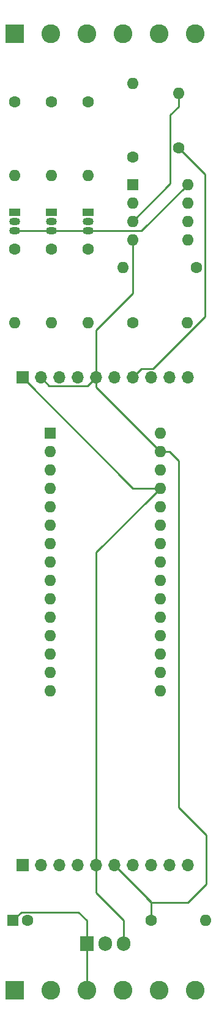
<source format=gbr>
%TF.GenerationSoftware,KiCad,Pcbnew,(6.0.5-0)*%
%TF.CreationDate,2022-07-08T10:13:23-04:00*%
%TF.ProjectId,OBS,4f42532e-6b69-4636-9164-5f7063625858,rev?*%
%TF.SameCoordinates,Original*%
%TF.FileFunction,Copper,L2,Bot*%
%TF.FilePolarity,Positive*%
%FSLAX46Y46*%
G04 Gerber Fmt 4.6, Leading zero omitted, Abs format (unit mm)*
G04 Created by KiCad (PCBNEW (6.0.5-0)) date 2022-07-08 10:13:23*
%MOMM*%
%LPD*%
G01*
G04 APERTURE LIST*
%TA.AperFunction,ComponentPad*%
%ADD10C,1.600000*%
%TD*%
%TA.AperFunction,ComponentPad*%
%ADD11O,1.600000X1.600000*%
%TD*%
%TA.AperFunction,ComponentPad*%
%ADD12R,1.500000X1.050000*%
%TD*%
%TA.AperFunction,ComponentPad*%
%ADD13O,1.500000X1.050000*%
%TD*%
%TA.AperFunction,ComponentPad*%
%ADD14R,1.700000X1.700000*%
%TD*%
%TA.AperFunction,ComponentPad*%
%ADD15O,1.700000X1.700000*%
%TD*%
%TA.AperFunction,ComponentPad*%
%ADD16R,1.600000X1.600000*%
%TD*%
%TA.AperFunction,ComponentPad*%
%ADD17R,2.600000X2.600000*%
%TD*%
%TA.AperFunction,ComponentPad*%
%ADD18C,2.600000*%
%TD*%
%TA.AperFunction,ComponentPad*%
%ADD19R,1.905000X2.000000*%
%TD*%
%TA.AperFunction,ComponentPad*%
%ADD20O,1.905000X2.000000*%
%TD*%
%TA.AperFunction,Conductor*%
%ADD21C,0.250000*%
%TD*%
G04 APERTURE END LIST*
D10*
%TO.P,R5,1*%
%TO.N,/Vin*%
X119610000Y-36890000D03*
D11*
%TO.P,R5,2*%
%TO.N,Net-(Q1-Pad1)*%
X119610000Y-47050000D03*
%TD*%
D12*
%TO.P,Q1,1,E*%
%TO.N,Net-(Q1-Pad1)*%
X119610000Y-52130000D03*
D13*
%TO.P,Q1,2,B*%
%TO.N,Net-(Q1-Pad2)*%
X119610000Y-53400000D03*
%TO.P,Q1,3,C*%
%TO.N,Net-(A2-Pad27)*%
X119610000Y-54670000D03*
%TD*%
D10*
%TO.P,R4,1*%
%TO.N,/Vin*%
X109450000Y-36890000D03*
D11*
%TO.P,R4,2*%
%TO.N,Net-(Q3-Pad1)*%
X109450000Y-47050000D03*
%TD*%
D14*
%TO.P,J4,1,Pin_1*%
%TO.N,Net-(A2-Pad27)*%
X110490000Y-74905000D03*
D15*
%TO.P,J4,2,Pin_2*%
%TO.N,GND*%
X113030000Y-74905000D03*
%TO.P,J4,3,Pin_3*%
%TO.N,Net-(A2-Pad24)*%
X115570000Y-74905000D03*
%TO.P,J4,4,Pin_4*%
%TO.N,Net-(A2-Pad23)*%
X118110000Y-74905000D03*
%TO.P,J4,5,Pin_5*%
%TO.N,GND*%
X120650000Y-74905000D03*
%TO.P,J4,6,Pin_6*%
%TO.N,unconnected-(J4-Pad6)*%
X123190000Y-74905000D03*
%TO.P,J4,7,Pin_7*%
%TO.N,Net-(R8-Pad2)*%
X125730000Y-74905000D03*
%TO.P,J4,8,Pin_8*%
%TO.N,unconnected-(J4-Pad8)*%
X128270000Y-74905000D03*
%TO.P,J4,9,Pin_9*%
%TO.N,unconnected-(J4-Pad9)*%
X130810000Y-74905000D03*
%TO.P,J4,10,Pin_10*%
%TO.N,unconnected-(J4-Pad10)*%
X133350000Y-74905000D03*
%TD*%
D12*
%TO.P,Q2,1,E*%
%TO.N,Net-(Q2-Pad1)*%
X114530000Y-52130000D03*
D13*
%TO.P,Q2,2,B*%
%TO.N,Net-(Q2-Pad2)*%
X114530000Y-53400000D03*
%TO.P,Q2,3,C*%
%TO.N,Net-(A2-Pad27)*%
X114530000Y-54670000D03*
%TD*%
D10*
%TO.P,R1,1*%
%TO.N,Net-(Q1-Pad2)*%
X119610000Y-57210000D03*
D11*
%TO.P,R1,2*%
%TO.N,Net-(A2-Pad5)*%
X119610000Y-67370000D03*
%TD*%
D16*
%TO.P,C1,1*%
%TO.N,/Vin*%
X109210000Y-149792744D03*
D10*
%TO.P,C1,2*%
%TO.N,GND*%
X111210000Y-149792744D03*
%TD*%
D17*
%TO.P,J1,1,Pin_1*%
%TO.N,unconnected-(J1-Pad1)*%
X109410000Y-159452744D03*
D18*
%TO.P,J1,2,Pin_2*%
%TO.N,GND*%
X114410000Y-159452744D03*
%TO.P,J1,3,Pin_3*%
%TO.N,/Vin*%
X119410000Y-159452744D03*
%TO.P,J1,4,Pin_4*%
%TO.N,GND*%
X124410000Y-159452744D03*
%TO.P,J1,5,Pin_5*%
%TO.N,/Rx*%
X129410000Y-159452744D03*
%TO.P,J1,6,Pin_6*%
%TO.N,/Tx*%
X134410000Y-159452744D03*
%TD*%
D16*
%TO.P,A2,1,D1/TX*%
%TO.N,Net-(A2-Pad1)*%
X114300000Y-82550000D03*
D11*
%TO.P,A2,2,D0/RX*%
%TO.N,Net-(A2-Pad2)*%
X114300000Y-85090000D03*
%TO.P,A2,3,~{RESET}*%
%TO.N,unconnected-(A2-Pad3)*%
X114300000Y-87630000D03*
%TO.P,A2,4,GND*%
%TO.N,unconnected-(A2-Pad4)*%
X114300000Y-90170000D03*
%TO.P,A2,5,D2*%
%TO.N,Net-(A2-Pad5)*%
X114300000Y-92710000D03*
%TO.P,A2,6,D3*%
%TO.N,Net-(A2-Pad6)*%
X114300000Y-95250000D03*
%TO.P,A2,7,D4*%
%TO.N,Net-(A2-Pad7)*%
X114300000Y-97790000D03*
%TO.P,A2,8,D5*%
%TO.N,unconnected-(A2-Pad8)*%
X114300000Y-100330000D03*
%TO.P,A2,9,D6*%
%TO.N,unconnected-(A2-Pad9)*%
X114300000Y-102870000D03*
%TO.P,A2,10,D7*%
%TO.N,unconnected-(A2-Pad10)*%
X114300000Y-105410000D03*
%TO.P,A2,11,D8*%
%TO.N,unconnected-(A2-Pad11)*%
X114300000Y-107950000D03*
%TO.P,A2,12,D9*%
%TO.N,unconnected-(A2-Pad12)*%
X114300000Y-110490000D03*
%TO.P,A2,13,D10*%
%TO.N,unconnected-(A2-Pad13)*%
X114300000Y-113030000D03*
%TO.P,A2,14,D11*%
%TO.N,unconnected-(A2-Pad14)*%
X114300000Y-115570000D03*
%TO.P,A2,15,D12*%
%TO.N,unconnected-(A2-Pad15)*%
X114300000Y-118110000D03*
%TO.P,A2,16,D13*%
%TO.N,unconnected-(A2-Pad16)*%
X129540000Y-118110000D03*
%TO.P,A2,17,3V3*%
%TO.N,unconnected-(A2-Pad17)*%
X129540000Y-115570000D03*
%TO.P,A2,18,AREF*%
%TO.N,unconnected-(A2-Pad18)*%
X129540000Y-113030000D03*
%TO.P,A2,19,A0*%
%TO.N,unconnected-(A2-Pad19)*%
X129540000Y-110490000D03*
%TO.P,A2,20,A1*%
%TO.N,unconnected-(A2-Pad20)*%
X129540000Y-107950000D03*
%TO.P,A2,21,A2*%
%TO.N,unconnected-(A2-Pad21)*%
X129540000Y-105410000D03*
%TO.P,A2,22,A3*%
%TO.N,unconnected-(A2-Pad22)*%
X129540000Y-102870000D03*
%TO.P,A2,23,A4*%
%TO.N,Net-(A2-Pad23)*%
X129540000Y-100330000D03*
%TO.P,A2,24,A5*%
%TO.N,Net-(A2-Pad24)*%
X129540000Y-97790000D03*
%TO.P,A2,25,A6*%
%TO.N,unconnected-(A2-Pad25)*%
X129540000Y-95250000D03*
%TO.P,A2,26,A7*%
%TO.N,unconnected-(A2-Pad26)*%
X129540000Y-92710000D03*
%TO.P,A2,27,+5V*%
%TO.N,Net-(A2-Pad27)*%
X129540000Y-90170000D03*
%TO.P,A2,28,~{RESET}*%
%TO.N,unconnected-(A2-Pad28)*%
X129540000Y-87630000D03*
%TO.P,A2,29,GND*%
%TO.N,GND*%
X129540000Y-85090000D03*
%TO.P,A2,30,VIN*%
%TO.N,unconnected-(A2-Pad30)*%
X129540000Y-82550000D03*
%TD*%
D14*
%TO.P,J3,1,Pin_1*%
%TO.N,/Tx*%
X110520000Y-142215000D03*
D15*
%TO.P,J3,2,Pin_2*%
%TO.N,unconnected-(J3-Pad2)*%
X113060000Y-142215000D03*
%TO.P,J3,3,Pin_3*%
%TO.N,/Rx*%
X115600000Y-142215000D03*
%TO.P,J3,4,Pin_4*%
%TO.N,unconnected-(J3-Pad4)*%
X118140000Y-142215000D03*
%TO.P,J3,5,Pin_5*%
%TO.N,Net-(A2-Pad27)*%
X120680000Y-142215000D03*
%TO.P,J3,6,Pin_6*%
%TO.N,GND*%
X123220000Y-142215000D03*
%TO.P,J3,7,Pin_7*%
%TO.N,Net-(A2-Pad1)*%
X125760000Y-142215000D03*
%TO.P,J3,8,Pin_8*%
%TO.N,unconnected-(J3-Pad8)*%
X128300000Y-142215000D03*
%TO.P,J3,9,Pin_9*%
%TO.N,Net-(A2-Pad2)*%
X130840000Y-142215000D03*
%TO.P,J3,10,Pin_10*%
%TO.N,unconnected-(J3-Pad10)*%
X133380000Y-142215000D03*
%TD*%
D19*
%TO.P,A1,1,VI*%
%TO.N,/Vin*%
X119380000Y-153035000D03*
D20*
%TO.P,A1,2,GND*%
%TO.N,GND*%
X121920000Y-153035000D03*
%TO.P,A1,3,VO*%
%TO.N,Net-(A2-Pad27)*%
X124460000Y-153035000D03*
%TD*%
D10*
%TO.P,C3,1*%
%TO.N,Net-(C3-Pad1)*%
X125790000Y-67310000D03*
D11*
%TO.P,C3,2*%
%TO.N,Net-(R7-Pad1)*%
X133290000Y-67310000D03*
%TD*%
D12*
%TO.P,Q3,1,E*%
%TO.N,Net-(Q3-Pad1)*%
X109450000Y-52130000D03*
D13*
%TO.P,Q3,2,B*%
%TO.N,Net-(Q3-Pad2)*%
X109450000Y-53400000D03*
%TO.P,Q3,3,C*%
%TO.N,Net-(A2-Pad27)*%
X109450000Y-54670000D03*
%TD*%
D10*
%TO.P,C4,1*%
%TO.N,Net-(R8-Pad2)*%
X132080000Y-43180000D03*
D11*
%TO.P,C4,2*%
%TO.N,GND*%
X132080000Y-35680000D03*
%TD*%
D10*
%TO.P,R3,1*%
%TO.N,Net-(Q3-Pad2)*%
X109450000Y-57210000D03*
D11*
%TO.P,R3,2*%
%TO.N,Net-(A2-Pad7)*%
X109450000Y-67370000D03*
%TD*%
D10*
%TO.P,R7,1*%
%TO.N,Net-(R7-Pad1)*%
X134610000Y-59750000D03*
D11*
%TO.P,R7,2*%
%TO.N,Net-(C3-Pad1)*%
X124450000Y-59750000D03*
%TD*%
D10*
%TO.P,R8,1*%
%TO.N,Net-(R7-Pad1)*%
X125730000Y-44450000D03*
D11*
%TO.P,R8,2*%
%TO.N,Net-(R8-Pad2)*%
X125730000Y-34290000D03*
%TD*%
D10*
%TO.P,C2,1*%
%TO.N,GND*%
X128320000Y-149792744D03*
D11*
%TO.P,C2,2*%
%TO.N,Net-(A2-Pad27)*%
X135820000Y-149792744D03*
%TD*%
D17*
%TO.P,J2,1,Pin_1*%
%TO.N,GND*%
X109420000Y-27440000D03*
D18*
%TO.P,J2,2,Pin_2*%
%TO.N,Net-(C3-Pad1)*%
X114420000Y-27440000D03*
%TO.P,J2,3,Pin_3*%
%TO.N,/Vin*%
X119420000Y-27440000D03*
%TO.P,J2,4,Pin_4*%
X124420000Y-27440000D03*
%TO.P,J2,5,Pin_5*%
X129420000Y-27440000D03*
%TO.P,J2,6,Pin_6*%
%TO.N,GND*%
X134420000Y-27440000D03*
%TD*%
D10*
%TO.P,R6,1*%
%TO.N,/Vin*%
X114530000Y-36890000D03*
D11*
%TO.P,R6,2*%
%TO.N,Net-(Q2-Pad1)*%
X114530000Y-47050000D03*
%TD*%
D16*
%TO.P,U3,1*%
%TO.N,Net-(R7-Pad1)*%
X125730000Y-48290000D03*
D11*
%TO.P,U3,2,-*%
%TO.N,Net-(C3-Pad1)*%
X125730000Y-50830000D03*
%TO.P,U3,3,+*%
%TO.N,GND*%
X125730000Y-53370000D03*
%TO.P,U3,4,V-*%
X125730000Y-55910000D03*
%TO.P,U3,5*%
%TO.N,N/C*%
X133350000Y-55910000D03*
%TO.P,U3,6*%
X133350000Y-53370000D03*
%TO.P,U3,7*%
X133350000Y-50830000D03*
%TO.P,U3,8,V+*%
%TO.N,Net-(A2-Pad27)*%
X133350000Y-48290000D03*
%TD*%
D10*
%TO.P,R2,1*%
%TO.N,Net-(Q2-Pad2)*%
X114530000Y-57210000D03*
D11*
%TO.P,R2,2*%
%TO.N,Net-(A2-Pad6)*%
X114530000Y-67370000D03*
%TD*%
D21*
%TO.N,GND*%
X132080000Y-134233990D02*
X135890000Y-138043990D01*
X135890000Y-138043990D02*
X135890000Y-144780000D01*
X120650000Y-68369700D02*
X125730000Y-63289700D01*
X120650000Y-76200000D02*
X129540000Y-85090000D01*
X133350000Y-147320000D02*
X128270000Y-147320000D01*
X130955489Y-38649511D02*
X132080000Y-37525000D01*
X129540000Y-85090000D02*
X130810000Y-85090000D01*
X125730000Y-63289700D02*
X125730000Y-55910000D01*
X135890000Y-144780000D02*
X133350000Y-147320000D01*
X120650000Y-74905000D02*
X120650000Y-76200000D01*
X132080000Y-37525000D02*
X132080000Y-35680000D01*
X120650000Y-74905000D02*
X120650000Y-68369700D01*
X113030000Y-74905000D02*
X114204511Y-76079511D01*
X130955489Y-48144511D02*
X130955489Y-38649511D01*
X128270000Y-147320000D02*
X128270000Y-147265000D01*
X123220000Y-142215000D02*
X128320000Y-147315000D01*
X132080000Y-86360000D02*
X132080000Y-134233990D01*
X128270000Y-147265000D02*
X123220000Y-142215000D01*
X130810000Y-85090000D02*
X132080000Y-86360000D01*
X119475489Y-76079511D02*
X120650000Y-74905000D01*
X125730000Y-53370000D02*
X130955489Y-48144511D01*
X128320000Y-147315000D02*
X128320000Y-149792744D01*
X114204511Y-76079511D02*
X119475489Y-76079511D01*
%TO.N,/Vin*%
X119420000Y-153075000D02*
X119380000Y-153035000D01*
X119380000Y-149802744D02*
X118245489Y-148668233D01*
X119380000Y-153035000D02*
X119380000Y-159422744D01*
X119380000Y-153035000D02*
X119380000Y-149802744D01*
X110334511Y-148668233D02*
X109210000Y-149792744D01*
X118245489Y-148668233D02*
X110334511Y-148668233D01*
X119380000Y-159422744D02*
X119410000Y-159452744D01*
%TO.N,Net-(R8-Pad2)*%
X126975000Y-73660000D02*
X125730000Y-74905000D01*
X128530300Y-73660000D02*
X126975000Y-73660000D01*
X135734511Y-46834511D02*
X135734511Y-66455789D01*
X132080000Y-43180000D02*
X135734511Y-46834511D01*
X135734511Y-66455789D02*
X128530300Y-73660000D01*
%TO.N,Net-(A2-Pad27)*%
X119610000Y-54670000D02*
X114530000Y-54670000D01*
X124460000Y-153035000D02*
X124460000Y-149802744D01*
X124460000Y-149802744D02*
X120680000Y-146022744D01*
X114530000Y-54670000D02*
X109450000Y-54670000D01*
X120680000Y-142215000D02*
X120680000Y-146022744D01*
X120680000Y-99030000D02*
X128270000Y-91440000D01*
X120680000Y-142215000D02*
X120680000Y-99030000D01*
X125755000Y-90170000D02*
X110490000Y-74905000D01*
X129540000Y-90170000D02*
X125755000Y-90170000D01*
X133350000Y-48290000D02*
X126970000Y-54670000D01*
X128270000Y-91440000D02*
X129540000Y-90170000D01*
X126970000Y-54670000D02*
X119610000Y-54670000D01*
%TD*%
M02*

</source>
